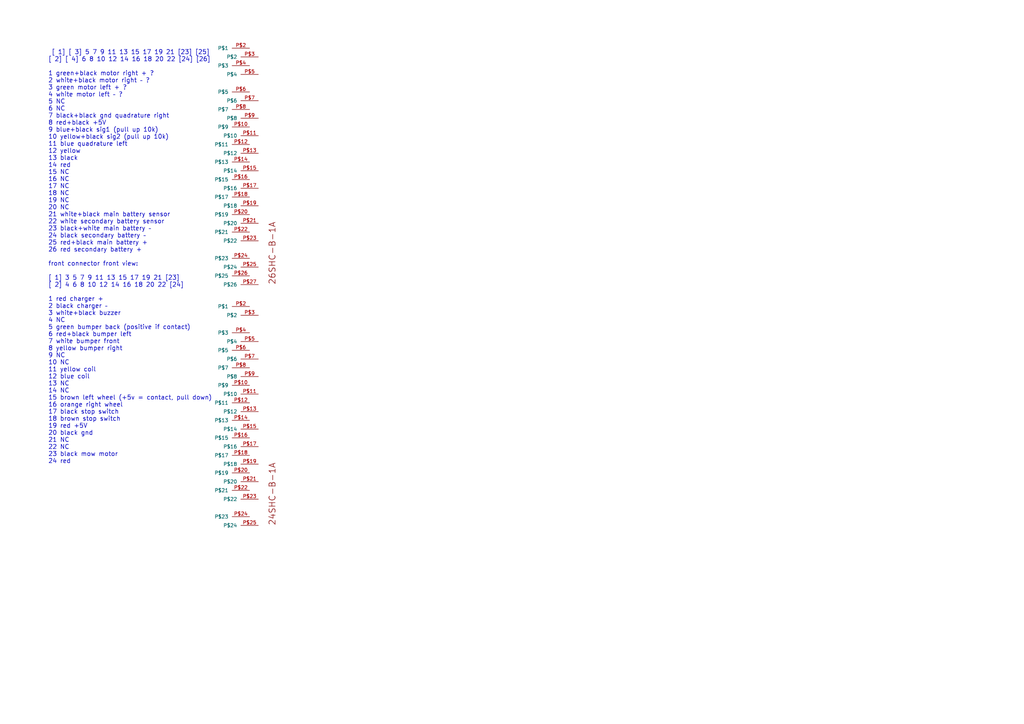
<source format=kicad_sch>
(kicad_sch (version 20211123) (generator eeschema)
  (paper "A4")
  (lib_symbols
    (symbol "24SHC-B-1A:24SHC-B-1A" (pin_names (offset 1.016))
      (symbol "24SHC-B-1A_0_0"
        (text "24SHC-B-1A" (at 0 -5.08 0) (effects (font (size 1.778 1.778)) (justify left bottom)))
        (pin bidirectional line (at 40.64 2.54 90) (length 5.08) (name "P$9") (number "P$10"))
        (pin bidirectional line (at 38.1 0 90) (length 5.08) (name "P$10") (number "P$11"))
        (pin bidirectional line (at 35.56 2.54 90) (length 5.08) (name "P$11") (number "P$12"))
        (pin bidirectional line (at 33.02 0 90) (length 5.08) (name "P$12") (number "P$13"))
        (pin bidirectional line (at 30.48 2.54 90) (length 5.08) (name "P$13") (number "P$14"))
        (pin bidirectional line (at 27.94 0 90) (length 5.08) (name "P$14") (number "P$15"))
        (pin bidirectional line (at 25.4 2.54 90) (length 5.08) (name "P$15") (number "P$16"))
        (pin bidirectional line (at 22.86 0 90) (length 5.08) (name "P$16") (number "P$17"))
        (pin bidirectional line (at 20.32 2.54 90) (length 5.08) (name "P$17") (number "P$18"))
        (pin bidirectional line (at 17.78 0 90) (length 5.08) (name "P$18") (number "P$19"))
        (pin bidirectional line (at 63.5 2.54 90) (length 5.08) (name "P$1") (number "P$2"))
        (pin bidirectional line (at 15.24 2.54 90) (length 5.08) (name "P$19") (number "P$20"))
        (pin bidirectional line (at 12.7 0 90) (length 5.08) (name "P$20") (number "P$21"))
        (pin bidirectional line (at 10.16 2.54 90) (length 5.08) (name "P$21") (number "P$22"))
        (pin bidirectional line (at 7.62 0 90) (length 5.08) (name "P$22") (number "P$23"))
        (pin bidirectional line (at 2.54 2.54 90) (length 5.08) (name "P$23") (number "P$24"))
        (pin bidirectional line (at 0 0 90) (length 5.08) (name "P$24") (number "P$25"))
        (pin bidirectional line (at 60.96 0 90) (length 5.08) (name "P$2") (number "P$3"))
        (pin bidirectional line (at 55.88 2.54 90) (length 5.08) (name "P$3") (number "P$4"))
        (pin bidirectional line (at 53.34 0 90) (length 5.08) (name "P$4") (number "P$5"))
        (pin bidirectional line (at 50.8 2.54 90) (length 5.08) (name "P$5") (number "P$6"))
        (pin bidirectional line (at 48.26 0 90) (length 5.08) (name "P$6") (number "P$7"))
        (pin bidirectional line (at 45.72 2.54 90) (length 5.08) (name "P$7") (number "P$8"))
        (pin bidirectional line (at 43.18 0 90) (length 5.08) (name "P$8") (number "P$9"))
      )
    )
    (symbol "26SHC-B-1A:26SHC-B-1A" (pin_names (offset 1.016))
      (symbol "26SHC-B-1A_0_0"
        (text "26SHC-B-1A" (at 0 -5.08 0) (effects (font (size 1.778 1.778)) (justify left bottom)))
        (pin bidirectional line (at 45.72 2.54 90) (length 5.08) (name "P$9") (number "P$10"))
        (pin bidirectional line (at 43.18 0 90) (length 5.08) (name "P$10") (number "P$11"))
        (pin bidirectional line (at 40.64 2.54 90) (length 5.08) (name "P$11") (number "P$12"))
        (pin bidirectional line (at 38.1 0 90) (length 5.08) (name "P$12") (number "P$13"))
        (pin bidirectional line (at 35.56 2.54 90) (length 5.08) (name "P$13") (number "P$14"))
        (pin bidirectional line (at 33.02 0 90) (length 5.08) (name "P$14") (number "P$15"))
        (pin bidirectional line (at 30.48 2.54 90) (length 5.08) (name "P$15") (number "P$16"))
        (pin bidirectional line (at 27.94 0 90) (length 5.08) (name "P$16") (number "P$17"))
        (pin bidirectional line (at 25.4 2.54 90) (length 5.08) (name "P$17") (number "P$18"))
        (pin bidirectional line (at 22.86 0 90) (length 5.08) (name "P$18") (number "P$19"))
        (pin bidirectional line (at 68.58 2.54 90) (length 5.08) (name "P$1") (number "P$2"))
        (pin bidirectional line (at 20.32 2.54 90) (length 5.08) (name "P$19") (number "P$20"))
        (pin bidirectional line (at 17.78 0 90) (length 5.08) (name "P$20") (number "P$21"))
        (pin bidirectional line (at 15.24 2.54 90) (length 5.08) (name "P$21") (number "P$22"))
        (pin bidirectional line (at 12.7 0 90) (length 5.08) (name "P$22") (number "P$23"))
        (pin bidirectional line (at 7.62 2.54 90) (length 5.08) (name "P$23") (number "P$24"))
        (pin bidirectional line (at 5.08 0 90) (length 5.08) (name "P$24") (number "P$25"))
        (pin bidirectional line (at 2.54 2.54 90) (length 5.08) (name "P$25") (number "P$26"))
        (pin bidirectional line (at 0 0 90) (length 5.08) (name "P$26") (number "P$27"))
        (pin bidirectional line (at 66.04 0 90) (length 5.08) (name "P$2") (number "P$3"))
        (pin bidirectional line (at 63.5 2.54 90) (length 5.08) (name "P$3") (number "P$4"))
        (pin bidirectional line (at 60.96 0 90) (length 5.08) (name "P$4") (number "P$5"))
        (pin bidirectional line (at 55.88 2.54 90) (length 5.08) (name "P$5") (number "P$6"))
        (pin bidirectional line (at 53.34 0 90) (length 5.08) (name "P$6") (number "P$7"))
        (pin bidirectional line (at 50.8 2.54 90) (length 5.08) (name "P$7") (number "P$8"))
        (pin bidirectional line (at 48.26 0 90) (length 5.08) (name "P$8") (number "P$9"))
      )
    )
  )
  (text " [ 1] [ 3] 5 7 9 11 13 15 17 19 21 [23] [25]\n[ 2] [ 4] 6 8 10 12 14 16 18 20 22 [24] [26]\n\n1 green+black motor right + ?\n2 white+black motor right – ?\n3 green motor left + ?\n4 white motor left – ?\n5 NC\n6 NC\n7 black+black gnd quadrature right\n8 red+black +5V\n9 blue+black sig1 (pull up 10k)\n10 yellow+black sig2 (pull up 10k)\n11 blue quadrature left\n12 yellow\n13 black\n14 red\n15 NC\n16 NC\n17 NC\n18 NC\n19 NC\n20 NC\n21 white+black main battery sensor\n22 white secondary battery sensor\n23 black+white main battery –\n24 black secondary battery –\n25 red+black main battery +\n26 red secondary battery +\n\nfront connector front view:\n\n[ 1] 3 5 7 9 11 13 15 17 19 21 [23]\n[ 2] 4 6 8 10 12 14 16 18 20 22 [24]\n\n1 red charger +\n2 black charger –\n3 white+black buzzer\n4 NC\n5 green bumper back (positive if contact)\n6 red+black bumper left\n7 white bumper front\n8 yellow bumper right\n9 NC\n10 NC\n11 yellow coil\n12 blue coil\n13 NC\n14 NC\n15 brown left wheel (+5v = contact, pull down)\n16 orange right wheel\n17 black stop switch\n18 brown stop switch\n19 red +5V\n20 black gnd\n21 NC\n22 NC\n23 black mow motor\n24 red" (at 13.97 134.62 0) (effects (font (size 1.27 1.27)) (justify left bottom)))
  (symbol (lib_id "26SHC-B-1A:26SHC-B-1A") (at 74.93 82.55 90) (unit 1)
    (property "Reference" "U?" (effects hide))
    (property "Value" "26SHC-B-1A" (effects hide))
    (property "Footprint" "26SHC-B-1A" (effects hide))
  )
  (symbol (lib_id "24SHC-B-1A:24SHC-B-1A") (at 74.93 152.4 90) (unit 1)
    (property "Reference" "U?" (effects hide))
    (property "Value" "24SHC-B-1A" (effects hide))
    (property "Footprint" "24SHC-B-1A" (effects hide))
  )
)
</source>
